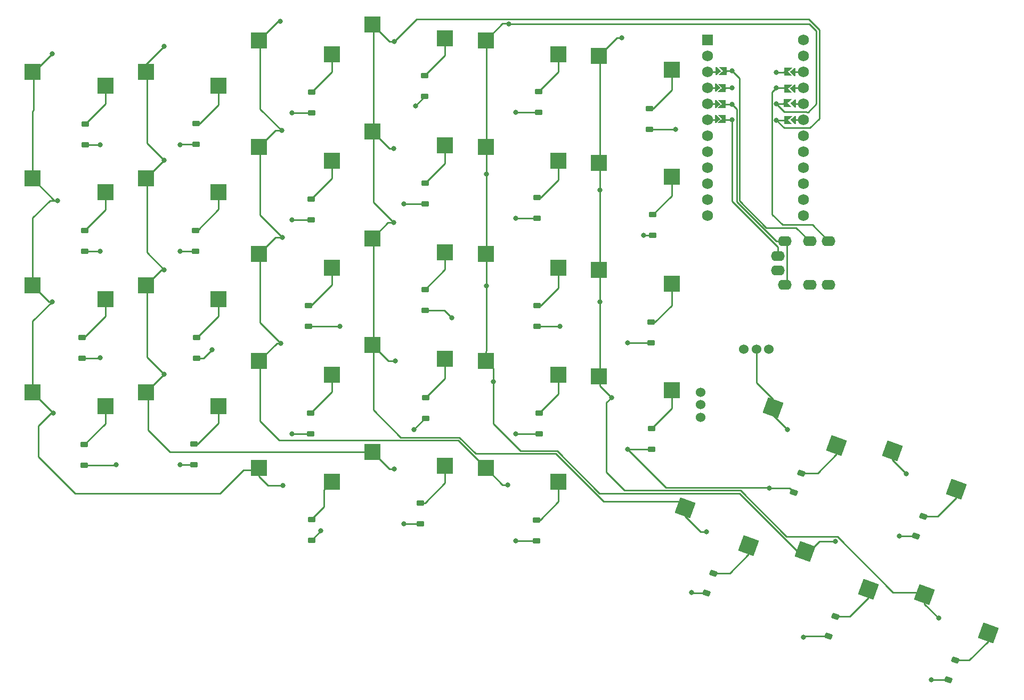
<source format=gbr>
%TF.GenerationSoftware,KiCad,Pcbnew,8.0.5*%
%TF.CreationDate,2024-12-08T15:47:29-07:00*%
%TF.ProjectId,Split V2,53706c69-7420-4563-922e-6b696361645f,rev?*%
%TF.SameCoordinates,Original*%
%TF.FileFunction,Copper,L2,Bot*%
%TF.FilePolarity,Positive*%
%FSLAX46Y46*%
G04 Gerber Fmt 4.6, Leading zero omitted, Abs format (unit mm)*
G04 Created by KiCad (PCBNEW 8.0.5) date 2024-12-08 15:47:29*
%MOMM*%
%LPD*%
G01*
G04 APERTURE LIST*
G04 Aperture macros list*
%AMRoundRect*
0 Rectangle with rounded corners*
0 $1 Rounding radius*
0 $2 $3 $4 $5 $6 $7 $8 $9 X,Y pos of 4 corners*
0 Add a 4 corners polygon primitive as box body*
4,1,4,$2,$3,$4,$5,$6,$7,$8,$9,$2,$3,0*
0 Add four circle primitives for the rounded corners*
1,1,$1+$1,$2,$3*
1,1,$1+$1,$4,$5*
1,1,$1+$1,$6,$7*
1,1,$1+$1,$8,$9*
0 Add four rect primitives between the rounded corners*
20,1,$1+$1,$2,$3,$4,$5,0*
20,1,$1+$1,$4,$5,$6,$7,0*
20,1,$1+$1,$6,$7,$8,$9,0*
20,1,$1+$1,$8,$9,$2,$3,0*%
%AMRotRect*
0 Rectangle, with rotation*
0 The origin of the aperture is its center*
0 $1 length*
0 $2 width*
0 $3 Rotation angle, in degrees counterclockwise*
0 Add horizontal line*
21,1,$1,$2,0,0,$3*%
%AMFreePoly0*
4,1,6,0.273003,-0.563966,0.054118,-0.566755,-0.636958,0.066744,0.054118,0.683245,0.269411,0.686099,0.273003,-0.563966,0.273003,-0.563966,$1*%
%AMFreePoly1*
4,1,6,0.164090,-0.411589,0.855166,-1.028090,-0.394834,-1.028090,-0.394834,0.221910,0.855166,0.221910,0.164090,-0.411589,0.164090,-0.411589,$1*%
G04 Aperture macros list end*
%TA.AperFunction,SMDPad,CuDef*%
%ADD10RoundRect,0.225000X0.375000X-0.225000X0.375000X0.225000X-0.375000X0.225000X-0.375000X-0.225000X0*%
%TD*%
%TA.AperFunction,SMDPad,CuDef*%
%ADD11R,2.600000X2.600000*%
%TD*%
%TA.AperFunction,ComponentPad*%
%ADD12C,1.524000*%
%TD*%
%TA.AperFunction,SMDPad,CuDef*%
%ADD13RotRect,2.600000X2.600000X340.000000*%
%TD*%
%TA.AperFunction,ComponentPad*%
%ADD14R,1.752600X1.752600*%
%TD*%
%TA.AperFunction,ComponentPad*%
%ADD15C,1.752600*%
%TD*%
%TA.AperFunction,SMDPad,CuDef*%
%ADD16FreePoly0,180.000000*%
%TD*%
%TA.AperFunction,SMDPad,CuDef*%
%ADD17FreePoly1,180.000000*%
%TD*%
%TA.AperFunction,ComponentPad*%
%ADD18C,0.800000*%
%TD*%
%TA.AperFunction,SMDPad,CuDef*%
%ADD19FreePoly1,0.000000*%
%TD*%
%TA.AperFunction,SMDPad,CuDef*%
%ADD20FreePoly0,0.000000*%
%TD*%
%TA.AperFunction,SMDPad,CuDef*%
%ADD21RoundRect,0.225000X0.275430X-0.339688X0.429339X0.083173X-0.275430X0.339688X-0.429339X-0.083173X0*%
%TD*%
%TA.AperFunction,ComponentPad*%
%ADD22O,2.200000X1.600000*%
%TD*%
%TA.AperFunction,ViaPad*%
%ADD23C,0.800000*%
%TD*%
%TA.AperFunction,Conductor*%
%ADD24C,0.250000*%
%TD*%
G04 APERTURE END LIST*
D10*
%TO.P,DX3\u002CY2,1,K*%
%TO.N,Row3*%
X132601803Y-93637266D03*
%TO.P,DX3\u002CY2,2,A*%
%TO.N,Net-(DX3\u002CY2-A)*%
X132601803Y-90334201D03*
%TD*%
%TO.P,DX1\u002CY5,1,K*%
%TO.N,Row1*%
X186734423Y-130115582D03*
%TO.P,DX1\u002CY5,2,A*%
%TO.N,Net-(DX1\u002CY5-A)*%
X186734423Y-126812517D03*
%TD*%
D11*
%TO.P,SWX1\u002CY0,1,1*%
%TO.N,Col0*%
X88335000Y-121090000D03*
%TO.P,SWX1\u002CY0,2,2*%
%TO.N,Net-(DX1\u002CY0-A)*%
X99885000Y-123290000D03*
%TD*%
D10*
%TO.P,DX3\u002CY3,1,K*%
%TO.N,Row3*%
X150762593Y-91090326D03*
%TO.P,DX3\u002CY3,2,A*%
%TO.N,Net-(DX3\u002CY3-A)*%
X150762593Y-87787261D03*
%TD*%
D11*
%TO.P,SWX4\u002CY0,1,1*%
%TO.N,Col0*%
X88335000Y-70090000D03*
%TO.P,SWX4\u002CY0,2,2*%
%TO.N,Net-(DX4\u002CY0-A)*%
X99885000Y-72290000D03*
%TD*%
D12*
%TO.P,Joystick1,1,VCC*%
%TO.N,VCC*%
X194500629Y-125059163D03*
X205350629Y-114209163D03*
%TO.P,Joystick1,2,DataY*%
%TO.N,B3*%
X194500629Y-123059163D03*
%TO.P,Joystick1,3,DataX*%
%TO.N,B2*%
X203350629Y-114209163D03*
%TO.P,Joystick1,4,GND*%
%TO.N,Gnd*%
X194500629Y-121059163D03*
X201350629Y-114209163D03*
%TD*%
D11*
%TO.P,SWX1\u002CY5,1,1*%
%TO.N,Col5*%
X178335000Y-118590000D03*
%TO.P,SWX1\u002CY5,2,2*%
%TO.N,Net-(DX1\u002CY5-A)*%
X189885000Y-120790000D03*
%TD*%
%TO.P,SWX1\u002CY4,1,1*%
%TO.N,Col4*%
X160335000Y-116090000D03*
%TO.P,SWX1\u002CY4,2,2*%
%TO.N,Net-(DX1\u002CY4-A)*%
X171885000Y-118290000D03*
%TD*%
D10*
%TO.P,DX2\u002CY2,1,K*%
%TO.N,Row2*%
X132211251Y-110614970D03*
%TO.P,DX2\u002CY2,2,A*%
%TO.N,Net-(DX2\u002CY2-A)*%
X132211251Y-107311905D03*
%TD*%
D13*
%TO.P,SWX0\u002CY3,1,1*%
%TO.N,Col3*%
X192039976Y-139456897D03*
%TO.P,SWX0\u002CY3,2,2*%
%TO.N,Net-(DX0\u002CY3-A)*%
X202140981Y-145474553D03*
%TD*%
D10*
%TO.P,DX1\u002CY0,1,K*%
%TO.N,Row1*%
X96568428Y-132729939D03*
%TO.P,DX1\u002CY0,2,A*%
%TO.N,Net-(DX1\u002CY0-A)*%
X96568428Y-129426874D03*
%TD*%
D11*
%TO.P,SWX3\u002CY1,1,1*%
%TO.N,Col1*%
X106335000Y-87090000D03*
%TO.P,SWX3\u002CY1,2,2*%
%TO.N,Net-(DX3\u002CY1-A)*%
X117885000Y-89290000D03*
%TD*%
D10*
%TO.P,DX4\u002CY2,1,K*%
%TO.N,Row4*%
X132656338Y-76674524D03*
%TO.P,DX4\u002CY2,2,A*%
%TO.N,Net-(DX4\u002CY2-A)*%
X132656338Y-73371459D03*
%TD*%
%TO.P,DX4\u002CY3,1,K*%
%TO.N,Row4*%
X150669480Y-74053760D03*
%TO.P,DX4\u002CY3,2,A*%
%TO.N,Net-(DX4\u002CY3-A)*%
X150669480Y-70750695D03*
%TD*%
D14*
%TO.P,ProMicro1,1,TX*%
%TO.N,unconnected-(ProMicro1-TX-Pad1)*%
X195580000Y-65016268D03*
D15*
%TO.P,ProMicro1,2,RX*%
%TO.N,unconnected-(ProMicro1-RX-Pad2)*%
X195580000Y-67556268D03*
%TO.P,ProMicro1,3,GND*%
%TO.N,Gnd*%
X195580000Y-70096268D03*
D16*
X197105896Y-69934469D03*
D17*
X198194612Y-70398954D03*
D18*
X199486417Y-69986269D03*
D15*
%TO.P,ProMicro1,4,GND*%
%TO.N,unconnected-(ProMicro1-GND-Pad4)*%
X195580000Y-72636268D03*
D16*
X196994958Y-72611728D03*
D17*
X198050000Y-73086268D03*
D18*
X199450000Y-72636268D03*
D15*
%TO.P,ProMicro1,5,D1*%
%TO.N,SDA*%
X195580000Y-75176268D03*
D16*
X196994958Y-75161728D03*
D17*
X198050000Y-75636268D03*
D18*
X199450000Y-75286268D03*
D15*
%TO.P,ProMicro1,6,D0*%
%TO.N,SCL*%
X195580000Y-77716268D03*
D16*
X196994958Y-77611728D03*
D17*
X198050000Y-78036268D03*
D18*
X199500000Y-77736268D03*
D15*
%TO.P,ProMicro1,7,D4*%
%TO.N,Col5*%
X195580000Y-80256268D03*
%TO.P,ProMicro1,8,C6*%
%TO.N,Row4*%
X195580000Y-82796268D03*
%TO.P,ProMicro1,9,D7*%
%TO.N,Row3*%
X195580000Y-85336268D03*
%TO.P,ProMicro1,10,E6*%
%TO.N,Row2*%
X195580000Y-87876268D03*
%TO.P,ProMicro1,11,B4*%
%TO.N,Row1*%
X195580000Y-90416268D03*
%TO.P,ProMicro1,12,B5*%
%TO.N,Row0*%
X195580000Y-92956268D03*
%TO.P,ProMicro1,13,B6*%
%TO.N,unconnected-(ProMicro1-B6-Pad13)*%
X210820000Y-92956268D03*
%TO.P,ProMicro1,14,B2*%
%TO.N,B2*%
X210820000Y-90416268D03*
%TO.P,ProMicro1,15,B3*%
%TO.N,B3*%
X210820000Y-87876268D03*
%TO.P,ProMicro1,16,B1*%
%TO.N,Col0*%
X210820000Y-85336268D03*
%TO.P,ProMicro1,17,F7*%
%TO.N,Col1*%
X210820000Y-82796268D03*
%TO.P,ProMicro1,18,F6*%
%TO.N,Col2*%
X210820000Y-80256268D03*
D18*
%TO.P,ProMicro1,19,F5*%
%TO.N,Col3*%
X206550000Y-77786268D03*
D19*
X208250000Y-77386268D03*
D20*
X209355042Y-77860808D03*
D15*
X210820000Y-77716268D03*
D18*
%TO.P,ProMicro1,20,F4*%
%TO.N,Col4*%
X206550000Y-75236268D03*
D19*
X208150000Y-74736268D03*
D20*
X209355042Y-75210808D03*
D15*
X210820000Y-75176268D03*
D18*
%TO.P,ProMicro1,21,VCC*%
%TO.N,VCC*%
X206550000Y-72636268D03*
D19*
X208196592Y-72382348D03*
D20*
X209297464Y-72810826D03*
D15*
X210820000Y-72636268D03*
D18*
%TO.P,ProMicro1,22,RST*%
%TO.N,unconnected-(ProMicro1-RST-Pad22)*%
X206550000Y-70186268D03*
D19*
X208196592Y-69732348D03*
D20*
X209305042Y-70210808D03*
D15*
X210820000Y-70096268D03*
%TO.P,ProMicro1,23,GND*%
%TO.N,unconnected-(ProMicro1-GND-Pad23)*%
X210820000Y-67556268D03*
%TO.P,ProMicro1,24,RAW*%
%TO.N,unconnected-(ProMicro1-RAW-Pad24)*%
X210820000Y-65016268D03*
%TD*%
D10*
%TO.P,DX3\u002CY4,1,K*%
%TO.N,Row3*%
X168517350Y-93415793D03*
%TO.P,DX3\u002CY4,2,A*%
%TO.N,Net-(DX3\u002CY4-A)*%
X168517350Y-90112728D03*
%TD*%
D21*
%TO.P,DX0\u002CY5,1,K*%
%TO.N,Row0*%
X233832247Y-166812963D03*
%TO.P,DX0\u002CY5,2,A*%
%TO.N,Net-(DX0\u002CY5-A)*%
X234961962Y-163709098D03*
%TD*%
D10*
%TO.P,DX1\u002CY1,1,K*%
%TO.N,Row1*%
X114009430Y-132619203D03*
%TO.P,DX1\u002CY1,2,A*%
%TO.N,Net-(DX1\u002CY1-A)*%
X114009430Y-129316138D03*
%TD*%
D21*
%TO.P,DMR1,1,K*%
%TO.N,Row1*%
X228734339Y-143939382D03*
%TO.P,DMR1,2,A*%
%TO.N,/Net-(DX0\u002CY4-A)*%
X229864054Y-140835517D03*
%TD*%
%TO.P,DX0\u002CY4,1,K*%
%TO.N,Row0*%
X214785564Y-159873474D03*
%TO.P,DX0\u002CY4,2,A*%
%TO.N,Net-(DX0\u002CY4-A)*%
X215915279Y-156769609D03*
%TD*%
D10*
%TO.P,DX1\u002CY3,1,K*%
%TO.N,Row1*%
X150802734Y-125269304D03*
%TO.P,DX1\u002CY3,2,A*%
%TO.N,Net-(DX1\u002CY3-A)*%
X150802734Y-121966239D03*
%TD*%
%TO.P,DX4\u002CY1,1,K*%
%TO.N,Row4*%
X114310987Y-81620756D03*
%TO.P,DX4\u002CY1,2,A*%
%TO.N,Net-(DX4\u002CY1-A)*%
X114310987Y-78317691D03*
%TD*%
D11*
%TO.P,SWX3\u002CY2,1,1*%
%TO.N,Col2*%
X124335000Y-82090000D03*
%TO.P,SWX3\u002CY2,2,2*%
%TO.N,Net-(DX3\u002CY2-A)*%
X135885000Y-84290000D03*
%TD*%
%TO.P,SWX4\u002CY3,1,1*%
%TO.N,Col3*%
X142335000Y-62590000D03*
%TO.P,SWX4\u002CY3,2,2*%
%TO.N,Net-(DX4\u002CY3-A)*%
X153885000Y-64790000D03*
%TD*%
D10*
%TO.P,DX2\u002CY4,1,K*%
%TO.N,Row2*%
X168532832Y-110578058D03*
%TO.P,DX2\u002CY4,2,A*%
%TO.N,Net-(DX2\u002CY4-A)*%
X168532832Y-107274993D03*
%TD*%
D11*
%TO.P,SWX2\u002CY2,1,1*%
%TO.N,Col2*%
X124335000Y-99090000D03*
%TO.P,SWX2\u002CY2,2,2*%
%TO.N,Net-(DX2\u002CY2-A)*%
X135885000Y-101290000D03*
%TD*%
D10*
%TO.P,DX4\u002CY5,1,K*%
%TO.N,Row4*%
X186326641Y-79258376D03*
%TO.P,DX4\u002CY5,2,A*%
%TO.N,Net-(DX4\u002CY5-A)*%
X186326641Y-75955311D03*
%TD*%
D11*
%TO.P,SWX0\u002CY0,1,1*%
%TO.N,Col0*%
X124335000Y-133090000D03*
%TO.P,SWX0\u002CY0,2,2*%
%TO.N,Net-(DX0\u002CY0-A)*%
X135885000Y-135290000D03*
%TD*%
D22*
%TO.P,J1,1*%
%TO.N,SCL*%
X206755848Y-99379405D03*
X206755848Y-101679405D03*
%TO.P,J1,2*%
%TO.N,SDA*%
X207855848Y-97079405D03*
X207855848Y-103979405D03*
%TO.P,J1,3,3*%
%TO.N,Gnd*%
X211855848Y-97079405D03*
X211855848Y-103979405D03*
%TO.P,J1,4,4*%
%TO.N,VCC*%
X214855848Y-97079405D03*
X214855848Y-103979405D03*
%TD*%
D10*
%TO.P,DX1\u002CY4,1,K*%
%TO.N,Row1*%
X168803195Y-127692443D03*
%TO.P,DX1\u002CY4,2,A*%
%TO.N,Net-(DX1\u002CY4-A)*%
X168803195Y-124389378D03*
%TD*%
%TO.P,DX3\u002CY0,1,K*%
%TO.N,Row3*%
X96612432Y-98620409D03*
%TO.P,DX3\u002CY0,2,A*%
%TO.N,Net-(DX3\u002CY0-A)*%
X96612432Y-95317344D03*
%TD*%
D11*
%TO.P,SWX3\u002CY4,1,1*%
%TO.N,Col4*%
X160335000Y-82090000D03*
%TO.P,SWX3\u002CY4,2,2*%
%TO.N,Net-(DX3\u002CY4-A)*%
X171885000Y-84290000D03*
%TD*%
%TO.P,SWX2\u002CY5,1,1*%
%TO.N,Col5*%
X178335000Y-101590000D03*
%TO.P,SWX2\u002CY5,2,2*%
%TO.N,Net-(DX2\u002CY5-A)*%
X189885000Y-103790000D03*
%TD*%
D10*
%TO.P,DX3\u002CY1,1,K*%
%TO.N,Row3*%
X114256452Y-98657322D03*
%TO.P,DX3\u002CY1,2,A*%
%TO.N,Net-(DX3\u002CY1-A)*%
X114256452Y-95354257D03*
%TD*%
D11*
%TO.P,SWX2\u002CY1,1,1*%
%TO.N,Col1*%
X106335000Y-104090000D03*
%TO.P,SWX2\u002CY1,2,2*%
%TO.N,Net-(DX2\u002CY1-A)*%
X117885000Y-106290000D03*
%TD*%
D21*
%TO.P,DX0\u002CY3,1,K*%
%TO.N,Row0*%
X195396121Y-152970805D03*
%TO.P,DX0\u002CY3,2,A*%
%TO.N,Net-(DX0\u002CY3-A)*%
X196525836Y-149866940D03*
%TD*%
D11*
%TO.P,SWX1\u002CY3,1,1*%
%TO.N,Col3*%
X142335000Y-113590000D03*
%TO.P,SWX1\u002CY3,2,2*%
%TO.N,Net-(DX1\u002CY3-A)*%
X153885000Y-115790000D03*
%TD*%
D10*
%TO.P,DX0\u002CY2,1,K*%
%TO.N,Row0*%
X168381064Y-144689484D03*
%TO.P,DX0\u002CY2,2,A*%
%TO.N,Net-(DX0\u002CY2-A)*%
X168381064Y-141386419D03*
%TD*%
D11*
%TO.P,SWX2\u002CY4,1,1*%
%TO.N,Col4*%
X160335000Y-99090000D03*
%TO.P,SWX2\u002CY4,2,2*%
%TO.N,Net-(DX2\u002CY4-A)*%
X171885000Y-101290000D03*
%TD*%
%TO.P,SWX1\u002CY2,1,1*%
%TO.N,Col2*%
X124335000Y-116090000D03*
%TO.P,SWX1\u002CY2,2,2*%
%TO.N,Net-(DX1\u002CY2-A)*%
X135885000Y-118290000D03*
%TD*%
D10*
%TO.P,DX3\u002CY5,1,K*%
%TO.N,Row3*%
X186899613Y-96147294D03*
%TO.P,DX3\u002CY5,2,A*%
%TO.N,Net-(DX3\u002CY5-A)*%
X186899613Y-92844229D03*
%TD*%
%TO.P,DX4\u002CY0,1,K*%
%TO.N,Row4*%
X96703880Y-81694580D03*
%TO.P,DX4\u002CY0,2,A*%
%TO.N,Net-(DX4\u002CY0-A)*%
X96703880Y-78391515D03*
%TD*%
D13*
%TO.P,SWML1,1,1*%
%TO.N,B2*%
X205988751Y-123522805D03*
%TO.P,SWML1,2,2*%
%TO.N,/Net-(DX0\u002CY3-A)*%
X216089756Y-129540461D03*
%TD*%
D11*
%TO.P,SWX0\u002CY1,1,1*%
%TO.N,Col1*%
X142335000Y-130590000D03*
%TO.P,SWX0\u002CY1,2,2*%
%TO.N,Net-(DX0\u002CY1-A)*%
X153885000Y-132790000D03*
%TD*%
D21*
%TO.P,DML1,1,K*%
%TO.N,Row1*%
X209344896Y-137036713D03*
%TO.P,DML1,2,A*%
%TO.N,/Net-(DX0\u002CY3-A)*%
X210474611Y-133932848D03*
%TD*%
D11*
%TO.P,SWX4\u002CY4,1,1*%
%TO.N,Col4*%
X160335000Y-65090000D03*
%TO.P,SWX4\u002CY4,2,2*%
%TO.N,Net-(DX4\u002CY4-A)*%
X171885000Y-67290000D03*
%TD*%
D13*
%TO.P,SWX0\u002CY4,2,2*%
%TO.N,Net-(DX0\u002CY4-A)*%
X221169757Y-152400461D03*
%TO.P,SWX0\u002CY4,1,1*%
%TO.N,Col4*%
X211068752Y-146382805D03*
%TD*%
D11*
%TO.P,SWX2\u002CY3,1,1*%
%TO.N,Col3*%
X142335000Y-96590000D03*
%TO.P,SWX2\u002CY3,2,2*%
%TO.N,Net-(DX2\u002CY3-A)*%
X153885000Y-98790000D03*
%TD*%
%TO.P,SWX3\u002CY3,1,1*%
%TO.N,Col3*%
X142335000Y-79590000D03*
%TO.P,SWX3\u002CY3,2,2*%
%TO.N,Net-(DX3\u002CY3-A)*%
X153885000Y-81790000D03*
%TD*%
%TO.P,SWX0\u002CY2,1,1*%
%TO.N,Col2*%
X160335000Y-133090000D03*
%TO.P,SWX0\u002CY2,2,2*%
%TO.N,Net-(DX0\u002CY2-A)*%
X171885000Y-135290000D03*
%TD*%
%TO.P,SWX1\u002CY1,1,1*%
%TO.N,Col1*%
X106335000Y-121090000D03*
%TO.P,SWX1\u002CY1,2,2*%
%TO.N,Net-(DX1\u002CY1-A)*%
X117885000Y-123290000D03*
%TD*%
D10*
%TO.P,DX1\u002CY2,1,K*%
%TO.N,Row1*%
X132525342Y-127692443D03*
%TO.P,DX1\u002CY2,2,A*%
%TO.N,Net-(DX1\u002CY2-A)*%
X132525342Y-124389378D03*
%TD*%
D11*
%TO.P,SWX4\u002CY5,1,1*%
%TO.N,Col5*%
X178335000Y-67590000D03*
%TO.P,SWX4\u002CY5,2,2*%
%TO.N,Net-(DX4\u002CY5-A)*%
X189885000Y-69790000D03*
%TD*%
D10*
%TO.P,DX2\u002CY0,1,K*%
%TO.N,Row2*%
X96184969Y-115635026D03*
%TO.P,DX2\u002CY0,2,A*%
%TO.N,Net-(DX2\u002CY0-A)*%
X96184969Y-112331961D03*
%TD*%
D11*
%TO.P,SWX3\u002CY0,1,1*%
%TO.N,Col0*%
X88335000Y-87090000D03*
%TO.P,SWX3\u002CY0,2,2*%
%TO.N,Net-(DX3\u002CY0-A)*%
X99885000Y-89290000D03*
%TD*%
D10*
%TO.P,DX2\u002CY5,1,K*%
%TO.N,Row2*%
X186582733Y-113254267D03*
%TO.P,DX2\u002CY5,2,A*%
%TO.N,Net-(DX2\u002CY5-A)*%
X186582733Y-109951202D03*
%TD*%
%TO.P,DX2\u002CY1,1,K*%
%TO.N,Row2*%
X114382671Y-115671938D03*
%TO.P,DX2\u002CY1,2,A*%
%TO.N,Net-(DX2\u002CY1-A)*%
X114382671Y-112368873D03*
%TD*%
D11*
%TO.P,SWX4\u002CY1,1,1*%
%TO.N,Col1*%
X106335000Y-70090000D03*
%TO.P,SWX4\u002CY1,2,2*%
%TO.N,Net-(DX4\u002CY1-A)*%
X117885000Y-72290000D03*
%TD*%
D10*
%TO.P,DX0\u002CY0,1,K*%
%TO.N,Row0*%
X132668535Y-144634116D03*
%TO.P,DX0\u002CY0,2,A*%
%TO.N,Net-(DX0\u002CY0-A)*%
X132668535Y-141331051D03*
%TD*%
D11*
%TO.P,SWX3\u002CY5,1,1*%
%TO.N,Col5*%
X178335000Y-84590000D03*
%TO.P,SWX3\u002CY5,2,2*%
%TO.N,Net-(DX3\u002CY5-A)*%
X189885000Y-86790000D03*
%TD*%
D10*
%TO.P,DX2\u002CY3,1,K*%
%TO.N,Row2*%
X150704251Y-108056691D03*
%TO.P,DX2\u002CY3,2,A*%
%TO.N,Net-(DX2\u002CY3-A)*%
X150704251Y-104753626D03*
%TD*%
D11*
%TO.P,SWX2\u002CY0,1,1*%
%TO.N,Col0*%
X88335000Y-104090000D03*
%TO.P,SWX2\u002CY0,2,2*%
%TO.N,Net-(DX2\u002CY0-A)*%
X99885000Y-106290000D03*
%TD*%
D10*
%TO.P,DX4\u002CY4,1,K*%
%TO.N,Row4*%
X168719533Y-76563788D03*
%TO.P,DX4\u002CY4,2,A*%
%TO.N,Net-(DX4\u002CY4-A)*%
X168719533Y-73260723D03*
%TD*%
%TO.P,DX0\u002CY1,1,K*%
%TO.N,Row0*%
X149943433Y-141976439D03*
%TO.P,DX0\u002CY1,2,A*%
%TO.N,Net-(DX0\u002CY1-A)*%
X149943433Y-138673374D03*
%TD*%
D11*
%TO.P,SWX4\u002CY2,1,1*%
%TO.N,Col2*%
X124335000Y-65090000D03*
%TO.P,SWX4\u002CY2,2,2*%
%TO.N,Net-(DX4\u002CY2-A)*%
X135885000Y-67290000D03*
%TD*%
D13*
%TO.P,SWX0\u002CY5,1,1*%
%TO.N,Col5*%
X230097527Y-153308713D03*
%TO.P,SWX0\u002CY5,2,2*%
%TO.N,Net-(DX0\u002CY5-A)*%
X240198532Y-159326369D03*
%TD*%
%TO.P,SWMR1,1,1*%
%TO.N,B3*%
X225017527Y-130448713D03*
%TO.P,SWMR1,2,2*%
%TO.N,/Net-(DX0\u002CY4-A)*%
X235118532Y-136466369D03*
%TD*%
D23*
%TO.N,Col4*%
X215900000Y-144780000D03*
%TO.N,Row0*%
X165100000Y-144686128D03*
X193040000Y-152967652D03*
X134152899Y-143147064D03*
X210820000Y-160020000D03*
X147320000Y-141973083D03*
%TO.N,Row1*%
X101600000Y-132615847D03*
X111760000Y-132615847D03*
X165100000Y-127689087D03*
X129540000Y-127689087D03*
X182880000Y-130112226D03*
X148922152Y-127009743D03*
X205393970Y-136348999D03*
X226060000Y-143936229D03*
%TO.N,Row2*%
X137160000Y-110611614D03*
X172164817Y-110573665D03*
X116840000Y-114300000D03*
X154940000Y-109220000D03*
X182880000Y-113250911D03*
X99060000Y-115631670D03*
%TO.N,Row3*%
X147320000Y-91086970D03*
X185420000Y-96143938D03*
X111760000Y-98653966D03*
X129540000Y-93633910D03*
X165100000Y-93412437D03*
X99060000Y-98653966D03*
%TO.N,Row4*%
X99060000Y-81691224D03*
X165100000Y-76560432D03*
X111760000Y-81691224D03*
X129540000Y-76671168D03*
X149189942Y-75529942D03*
X190500000Y-79255020D03*
%TO.N,Col5*%
X178485000Y-88900000D03*
X181973528Y-64713832D03*
X180340000Y-121920000D03*
X232319125Y-157011377D03*
X178485000Y-106680000D03*
%TO.N,Col0*%
X92303955Y-90576045D03*
X91483560Y-67213007D03*
X91596162Y-124378837D03*
X128103539Y-135878421D03*
X91440000Y-106680000D03*
%TO.N,B2*%
X208280000Y-127000000D03*
%TO.N,B3*%
X227196259Y-134032476D03*
%TO.N,Col2*%
X127718752Y-62095818D03*
X128012787Y-96465257D03*
X127914775Y-79476561D03*
X163888603Y-135796140D03*
X127745704Y-113276322D03*
%TO.N,Col1*%
X109220000Y-84205000D03*
X109220000Y-66040000D03*
X109234520Y-101600000D03*
X145854498Y-133280340D03*
X109220000Y-118205000D03*
%TO.N,Col4*%
X160485000Y-104140000D03*
X164054541Y-62486118D03*
X161520500Y-119380000D03*
X160485000Y-86360000D03*
%TO.N,Col3*%
X195449317Y-143293762D03*
X145802575Y-65339403D03*
X146008005Y-116094295D03*
X145703080Y-94117892D03*
X145760117Y-82292240D03*
%TO.N,Row0*%
X231140000Y-166809810D03*
%TD*%
D24*
%TO.N,Col5*%
X229699866Y-152911052D02*
X230097527Y-153308713D01*
X182430000Y-136710000D02*
X200833239Y-136710000D01*
X179520500Y-122739500D02*
X179520500Y-133800500D01*
X225101647Y-152911052D02*
X229699866Y-152911052D01*
X180340000Y-121920000D02*
X179520500Y-122739500D01*
X200833239Y-136710000D02*
X208154130Y-144030891D01*
X179520500Y-133800500D02*
X182430000Y-136710000D01*
X216221486Y-144030891D02*
X225101647Y-152911052D01*
X208154130Y-144030891D02*
X216221486Y-144030891D01*
%TO.N,Col4*%
X213360000Y-144780000D02*
X211757195Y-146382805D01*
X215900000Y-144780000D02*
X213360000Y-144780000D01*
X211757195Y-146382805D02*
X211068752Y-146382805D01*
%TO.N,Row0*%
X213703557Y-159872027D02*
X213705004Y-159873474D01*
X210967973Y-159872027D02*
X213703557Y-159872027D01*
X213705004Y-159873474D02*
X214785564Y-159873474D01*
X210820000Y-160020000D02*
X210967973Y-159872027D01*
%TO.N,Row1*%
X208665719Y-136357536D02*
X209344896Y-137036713D01*
X205402507Y-136357536D02*
X208665719Y-136357536D01*
X205393970Y-136348999D02*
X205402507Y-136357536D01*
X205304971Y-136260000D02*
X189027774Y-136260000D01*
X205393970Y-136348999D02*
X205304971Y-136260000D01*
X189027774Y-136260000D02*
X182880000Y-130112226D01*
%TO.N,Col4*%
X161520500Y-123420500D02*
X161520500Y-119380000D01*
X161522772Y-126058812D02*
X161522772Y-123422772D01*
X165879305Y-130415345D02*
X161522772Y-126058812D01*
X178436396Y-137160000D02*
X171691741Y-130415345D01*
X200646843Y-137160000D02*
X178436396Y-137160000D01*
X171691741Y-130415345D02*
X165879305Y-130415345D01*
X209869648Y-146382805D02*
X200646843Y-137160000D01*
X161522772Y-123422772D02*
X161520500Y-123420500D01*
X211068752Y-146382805D02*
X209869648Y-146382805D01*
%TO.N,Net-(DX0\u002CY0-A)*%
X132746322Y-141137362D02*
X134620000Y-139263684D01*
X132668244Y-141330760D02*
X132668535Y-141331051D01*
X134620000Y-139263684D02*
X134620000Y-136555000D01*
X134620000Y-136555000D02*
X135885000Y-135290000D01*
%TO.N,Net-(DX0\u002CY1-A)*%
X150710310Y-138673374D02*
X149943433Y-138673374D01*
X153885000Y-132790000D02*
X153885000Y-135498684D01*
X153885000Y-135498684D02*
X150710310Y-138673374D01*
%TO.N,Net-(DX0\u002CY2-A)*%
X171885000Y-138482483D02*
X168981064Y-141386419D01*
X168981064Y-141386419D02*
X168381064Y-141386419D01*
X171885000Y-135290000D02*
X171885000Y-138482483D01*
%TO.N,Net-(DX0\u002CY3-A)*%
X202140981Y-145474553D02*
X202140981Y-146857984D01*
X199132025Y-149866940D02*
X196525836Y-149866940D01*
X202140981Y-146857984D02*
X199132025Y-149866940D01*
%TO.N,Net-(DX0\u002CY4-A)*%
X221169757Y-153783892D02*
X218184040Y-156769609D01*
X221169757Y-152400461D02*
X221169757Y-153783892D01*
X218184040Y-156769609D02*
X215915279Y-156769609D01*
%TO.N,Net-(DX0\u002CY5-A)*%
X237199234Y-163709098D02*
X234961962Y-163709098D01*
X240198532Y-160709800D02*
X237199234Y-163709098D01*
X240198532Y-159326369D02*
X240198532Y-160709800D01*
%TO.N,Net-(DX1\u002CY0-A)*%
X99885000Y-123290000D02*
X99885000Y-126110302D01*
X99885000Y-126110302D02*
X96568428Y-129426874D01*
%TO.N,Net-(DX1\u002CY1-A)*%
X117885000Y-125998684D02*
X114567546Y-129316138D01*
X117885000Y-123290000D02*
X117885000Y-125998684D01*
X114567546Y-129316138D02*
X114009430Y-129316138D01*
%TO.N,Net-(DX1\u002CY2-A)*%
X135885000Y-118290000D02*
X135885000Y-121029720D01*
X135885000Y-121029720D02*
X132525342Y-124389378D01*
%TO.N,Net-(DX1\u002CY3-A)*%
X153885000Y-115790000D02*
X153885000Y-118883973D01*
X153885000Y-118883973D02*
X150802734Y-121966239D01*
%TO.N,Net-(DX1\u002CY4-A)*%
X171885000Y-121307573D02*
X168803195Y-124389378D01*
X171885000Y-118290000D02*
X171885000Y-121307573D01*
%TO.N,Net-(DX1\u002CY5-A)*%
X189885000Y-120790000D02*
X189885000Y-123661940D01*
X189885000Y-123661940D02*
X186734423Y-126812517D01*
%TO.N,Net-(DX2\u002CY0-A)*%
X96551723Y-112331961D02*
X96184969Y-112331961D01*
X99885000Y-108998684D02*
X96551723Y-112331961D01*
X99885000Y-106290000D02*
X99885000Y-108998684D01*
%TO.N,Net-(DX2\u002CY1-A)*%
X114514811Y-112368873D02*
X114382671Y-112368873D01*
X117885000Y-106290000D02*
X117885000Y-108998684D01*
X117885000Y-108998684D02*
X114514811Y-112368873D01*
%TO.N,Net-(DX2\u002CY2-A)*%
X132571779Y-107311905D02*
X132211251Y-107311905D01*
X135885000Y-103998684D02*
X132571779Y-107311905D01*
X135885000Y-101290000D02*
X135885000Y-103998684D01*
%TO.N,Net-(DX2\u002CY3-A)*%
X153885000Y-98790000D02*
X153885000Y-101572877D01*
X153885000Y-101572877D02*
X150704251Y-104753626D01*
%TO.N,Net-(DX2\u002CY4-A)*%
X169132832Y-107274993D02*
X168532832Y-107274993D01*
X171885000Y-101290000D02*
X171885000Y-104522825D01*
X171885000Y-104522825D02*
X169132832Y-107274993D01*
%TO.N,Net-(DX2\u002CY5-A)*%
X189885000Y-103790000D02*
X189885000Y-107295000D01*
X187228798Y-109951202D02*
X186582733Y-109951202D01*
X189885000Y-107295000D02*
X187228798Y-109951202D01*
%TO.N,Net-(DX3\u002CY0-A)*%
X99885000Y-92044776D02*
X96612432Y-95317344D01*
X99885000Y-89290000D02*
X99885000Y-92044776D01*
%TO.N,Net-(DX3\u002CY1-A)*%
X114529427Y-95354257D02*
X114256452Y-95354257D01*
X117885000Y-91998684D02*
X114529427Y-95354257D01*
X117885000Y-89290000D02*
X117885000Y-91998684D01*
%TO.N,Net-(DX3\u002CY2-A)*%
X135885000Y-84290000D02*
X135885000Y-87051004D01*
X135885000Y-87051004D02*
X132601803Y-90334201D01*
%TO.N,Net-(DX3\u002CY3-A)*%
X153885000Y-81790000D02*
X153885000Y-84664854D01*
X153885000Y-84664854D02*
X150762593Y-87787261D01*
%TO.N,Net-(DX3\u002CY4-A)*%
X171885000Y-87345078D02*
X169117350Y-90112728D01*
X169117350Y-90112728D02*
X168517350Y-90112728D01*
X171885000Y-84290000D02*
X171885000Y-87345078D01*
%TO.N,unconnected-(ProMicro1-GND-Pad4)*%
X198500000Y-72636268D02*
X198050000Y-73086268D01*
X195580000Y-72636268D02*
X196970418Y-72636268D01*
X199450000Y-72636268D02*
X198500000Y-72636268D01*
X196970418Y-72636268D02*
X196994958Y-72611728D01*
%TO.N,Net-(DX3\u002CY5-A)*%
X189885000Y-89858842D02*
X186899613Y-92844229D01*
X189885000Y-86790000D02*
X189885000Y-89858842D01*
%TO.N,Net-(DX4\u002CY0-A)*%
X99885000Y-75210395D02*
X96703880Y-78391515D01*
X99885000Y-72290000D02*
X99885000Y-75210395D01*
%TO.N,unconnected-(ProMicro1-RST-Pad22)*%
X209419582Y-70096268D02*
X209305042Y-70210808D01*
X210820000Y-70096268D02*
X209419582Y-70096268D01*
X207742672Y-70186268D02*
X208196592Y-69732348D01*
X206550000Y-70186268D02*
X207742672Y-70186268D01*
%TO.N,Net-(DX4\u002CY1-A)*%
X117885000Y-75343678D02*
X114910987Y-78317691D01*
X114910987Y-78317691D02*
X114310987Y-78317691D01*
X117885000Y-72290000D02*
X117885000Y-75343678D01*
%TO.N,Net-(DX4\u002CY2-A)*%
X135885000Y-70142797D02*
X132656338Y-73371459D01*
X135885000Y-67290000D02*
X135885000Y-70142797D01*
%TO.N,Net-(DX4\u002CY3-A)*%
X153885000Y-64790000D02*
X153885000Y-67535175D01*
X153885000Y-67535175D02*
X150669480Y-70750695D01*
%TO.N,Net-(DX4\u002CY4-A)*%
X171885000Y-67290000D02*
X171885000Y-70095256D01*
X171885000Y-70095256D02*
X168719533Y-73260723D01*
%TO.N,Net-(DX4\u002CY5-A)*%
X186926641Y-75955311D02*
X186326641Y-75955311D01*
X189885000Y-72996952D02*
X186926641Y-75955311D01*
X189885000Y-69790000D02*
X189885000Y-72996952D01*
%TO.N,Row0*%
X147323356Y-141976439D02*
X147320000Y-141973083D01*
X132668535Y-144634116D02*
X132668535Y-144631428D01*
X193043153Y-152970805D02*
X193040000Y-152967652D01*
X165103356Y-144689484D02*
X165100000Y-144686128D01*
X149943433Y-141976439D02*
X147323356Y-141976439D01*
X195396121Y-152970805D02*
X193043153Y-152970805D01*
X231143153Y-166812963D02*
X231140000Y-166809810D01*
X132668535Y-144631428D02*
X134152899Y-143147064D01*
X168381064Y-144689484D02*
X165103356Y-144689484D01*
%TO.N,Row1*%
X111763356Y-132619203D02*
X111760000Y-132615847D01*
X186734423Y-130115582D02*
X182883356Y-130115582D01*
X101600000Y-132615847D02*
X101485908Y-132729939D01*
X132525342Y-127692443D02*
X129543356Y-127692443D01*
X150662592Y-125269304D02*
X150802734Y-125269304D01*
X182883356Y-130115582D02*
X182880000Y-130112226D01*
X114009430Y-132619203D02*
X111763356Y-132619203D01*
X226063153Y-143939382D02*
X226060000Y-143936229D01*
X168803195Y-127692443D02*
X165103356Y-127692443D01*
X129543356Y-127692443D02*
X129540000Y-127689087D01*
X148922153Y-127009743D02*
X150662592Y-125269304D01*
X101485908Y-132729939D02*
X96568428Y-132729939D01*
X165103356Y-127692443D02*
X165100000Y-127689087D01*
X148922152Y-127009743D02*
X148922153Y-127009743D01*
X228734339Y-143939382D02*
X226063153Y-143939382D01*
%TO.N,Row2*%
X99056644Y-115635026D02*
X99060000Y-115631670D01*
X168536188Y-110578058D02*
X168532832Y-110578058D01*
X96184969Y-115635026D02*
X99056644Y-115635026D01*
X137156644Y-110614970D02*
X137160000Y-110611614D01*
X114382671Y-115671938D02*
X115468062Y-115671938D01*
X115468062Y-115671938D02*
X116840000Y-114300000D01*
X154940000Y-109220000D02*
X153776691Y-108056691D01*
X182883356Y-113254267D02*
X182880000Y-113250911D01*
X168540581Y-110573665D02*
X168536188Y-110578058D01*
X172164817Y-110573665D02*
X168540581Y-110573665D01*
X186582733Y-113254267D02*
X182883356Y-113254267D01*
X132211251Y-110614970D02*
X137156644Y-110614970D01*
X153776691Y-108056691D02*
X150704251Y-108056691D01*
%TO.N,Row3*%
X185423356Y-96147294D02*
X185420000Y-96143938D01*
X186899613Y-96147294D02*
X185423356Y-96147294D01*
X99026443Y-98620409D02*
X99060000Y-98653966D01*
X111763356Y-98657322D02*
X111760000Y-98653966D01*
X96612432Y-98620409D02*
X99026443Y-98620409D01*
X168517350Y-93415793D02*
X165103356Y-93415793D01*
X129543356Y-93637266D02*
X129540000Y-93633910D01*
X132601803Y-93637266D02*
X129543356Y-93637266D01*
X165103356Y-93415793D02*
X165100000Y-93412437D01*
X150762593Y-91090326D02*
X147323356Y-91090326D01*
X147323356Y-91090326D02*
X147320000Y-91086970D01*
X114256452Y-98657322D02*
X111763356Y-98657322D01*
%TO.N,Row4*%
X99060000Y-81691224D02*
X96707236Y-81691224D01*
X190496644Y-79258376D02*
X186326641Y-79258376D01*
X165103356Y-76563788D02*
X165100000Y-76560432D01*
X190500000Y-79255020D02*
X190496644Y-79258376D01*
X96707236Y-81691224D02*
X96703880Y-81694580D01*
X150669480Y-74053760D02*
X150666124Y-74053760D01*
X111830468Y-81620756D02*
X111760000Y-81691224D01*
X150666124Y-74053760D02*
X149189942Y-75529942D01*
X129543356Y-76674524D02*
X129540000Y-76671168D01*
X168719533Y-76563788D02*
X165103356Y-76563788D01*
X132656338Y-76674524D02*
X129543356Y-76674524D01*
X114310987Y-81620756D02*
X111830468Y-81620756D01*
%TO.N,Col5*%
X178485000Y-118440000D02*
X178485000Y-106680000D01*
X178485000Y-101440000D02*
X178485000Y-88900000D01*
X178485000Y-120065000D02*
X178485000Y-118740000D01*
X178485000Y-118740000D02*
X178335000Y-118590000D01*
X178335000Y-67590000D02*
X181211168Y-64713832D01*
X178632825Y-118887825D02*
X178335000Y-118590000D01*
X178485000Y-84440000D02*
X178485000Y-67740000D01*
X180340000Y-121920000D02*
X178485000Y-120065000D01*
X178485000Y-84740000D02*
X178335000Y-84590000D01*
X181211168Y-64713832D02*
X181973528Y-64713832D01*
X178335000Y-118590000D02*
X178485000Y-118440000D01*
X178335000Y-84590000D02*
X178485000Y-84440000D01*
X178485000Y-101740000D02*
X178335000Y-101590000D01*
X178335000Y-101590000D02*
X178485000Y-101440000D01*
X178485000Y-106680000D02*
X178485000Y-101740000D01*
X178485000Y-67740000D02*
X178335000Y-67590000D01*
X230097527Y-154789779D02*
X232319125Y-157011377D01*
X178485000Y-88900000D02*
X178485000Y-84740000D01*
X230097527Y-153308713D02*
X230097527Y-154789779D01*
%TO.N,Gnd*%
X211855848Y-97079405D02*
X209684794Y-94908351D01*
X200675000Y-90634723D02*
X200675000Y-71174852D01*
X196944097Y-70096268D02*
X197105896Y-69934469D01*
X195609476Y-70125744D02*
X195580000Y-70096268D01*
X200675000Y-71174852D02*
X199486417Y-69986269D01*
X195580000Y-70096268D02*
X196944097Y-70096268D01*
X199486417Y-69986269D02*
X198607297Y-69986269D01*
X204948628Y-94908351D02*
X200675000Y-90634723D01*
X198607297Y-69986269D02*
X198194612Y-70398954D01*
X209684794Y-94908351D02*
X204948628Y-94908351D01*
X211855848Y-97079405D02*
X211035571Y-97079405D01*
%TO.N,Col0*%
X88485000Y-76210001D02*
X88335000Y-76360001D01*
X95064755Y-137160000D02*
X89235646Y-131330891D01*
X88485000Y-70240000D02*
X88485000Y-76210001D01*
X89235646Y-131330891D02*
X89235646Y-126459355D01*
X123698325Y-133726675D02*
X123386650Y-133415000D01*
X91118956Y-90576045D02*
X92303955Y-90576045D01*
X88606567Y-70090000D02*
X91483560Y-67213007D01*
X123386650Y-133415000D02*
X121833350Y-133415000D01*
X121833350Y-133415000D02*
X118088350Y-137160000D01*
X88335000Y-87090000D02*
X88335000Y-76360001D01*
X91316164Y-124378837D02*
X91596162Y-124378837D01*
X88335000Y-104090000D02*
X90925000Y-106680000D01*
X88335000Y-121090000D02*
X88335000Y-109785000D01*
X88335000Y-93360001D02*
X91118956Y-90576045D01*
X88335000Y-109785000D02*
X91440000Y-106680000D01*
X91821045Y-90576045D02*
X88335000Y-87090000D01*
X88335000Y-121090000D02*
X88335000Y-121117675D01*
X124335000Y-133090000D02*
X123698325Y-133726675D01*
X90925000Y-106680000D02*
X91440000Y-106680000D01*
X125718421Y-135878421D02*
X128103539Y-135878421D01*
X89235646Y-126459355D02*
X91316164Y-124378837D01*
X124335000Y-134495000D02*
X125718421Y-135878421D01*
X88335000Y-121117675D02*
X91596162Y-124378837D01*
X92303955Y-90576045D02*
X91821045Y-90576045D01*
X124335000Y-133090000D02*
X124335000Y-134495000D01*
X88335000Y-70090000D02*
X88485000Y-70240000D01*
X88335000Y-104090000D02*
X88335000Y-93360001D01*
X118088350Y-137160000D02*
X95064755Y-137160000D01*
X88335000Y-70090000D02*
X88606567Y-70090000D01*
%TO.N,SCL*%
X196890418Y-77716268D02*
X196994958Y-77611728D01*
X199500000Y-90732515D02*
X199500000Y-77736268D01*
X198350000Y-77736268D02*
X198050000Y-78036268D01*
X206755848Y-99379405D02*
X206755848Y-97988363D01*
X206755848Y-97988363D02*
X199500000Y-90732515D01*
X199500000Y-77736268D02*
X198350000Y-77736268D01*
X195580000Y-77716268D02*
X196890418Y-77716268D01*
%TO.N,SDA*%
X200225000Y-76061268D02*
X199450000Y-75286268D01*
X195580000Y-75176268D02*
X196980418Y-75176268D01*
X208180848Y-103654405D02*
X208180848Y-97404405D01*
X200225000Y-90821119D02*
X200225000Y-76061268D01*
X199450000Y-75286268D02*
X198400000Y-75286268D01*
X206483286Y-97079405D02*
X200225000Y-90821119D01*
X207855848Y-103979405D02*
X208180848Y-103654405D01*
X208180848Y-97404405D02*
X207855848Y-97079405D01*
X207855848Y-97079405D02*
X206483286Y-97079405D01*
X198400000Y-75286268D02*
X198050000Y-75636268D01*
X196980418Y-75176268D02*
X196994958Y-75161728D01*
%TO.N,VCC*%
X214855848Y-97079405D02*
X212234794Y-94458351D01*
X205825000Y-92784723D02*
X205825000Y-73361268D01*
X209472022Y-72636268D02*
X209297464Y-72810826D01*
X207498628Y-94458351D02*
X205825000Y-92784723D01*
X205825000Y-73361268D02*
X206550000Y-72636268D01*
X207942672Y-72636268D02*
X208196592Y-72382348D01*
X210820000Y-72636268D02*
X209472022Y-72636268D01*
X206550000Y-72636268D02*
X207942672Y-72636268D01*
X212234794Y-94458351D02*
X207498628Y-94458351D01*
%TO.N,B2*%
X205988751Y-123522805D02*
X205988751Y-124708751D01*
X205988751Y-122168751D02*
X203350629Y-119530629D01*
X205988751Y-123522805D02*
X205988751Y-122168751D01*
X205988751Y-124708751D02*
X208280000Y-127000000D01*
X203350629Y-119530629D02*
X203350629Y-114209163D01*
%TO.N,B3*%
X225017527Y-131853744D02*
X227196259Y-134032476D01*
X225017527Y-130448713D02*
X225017527Y-131853744D01*
%TO.N,/Net-(DX0\u002CY3-A)*%
X216089756Y-130923892D02*
X213080800Y-133932848D01*
X216089756Y-129540461D02*
X216089756Y-130923892D01*
X213080800Y-133932848D02*
X210474611Y-133932848D01*
%TO.N,/Net-(DX0\u002CY4-A)*%
X232132815Y-140835517D02*
X229864054Y-140835517D01*
X235118532Y-136466369D02*
X235118532Y-137849800D01*
X235118532Y-137849800D02*
X232132815Y-140835517D01*
%TO.N,Col2*%
X124485000Y-82240000D02*
X124485000Y-92937470D01*
X124335000Y-82090000D02*
X126948439Y-79476561D01*
X124485000Y-99240000D02*
X124485000Y-110015618D01*
X124485000Y-116240000D02*
X124335000Y-116090000D01*
X124335000Y-82090000D02*
X124485000Y-82240000D01*
X126948439Y-79476561D02*
X127914775Y-79476561D01*
X155960000Y-128715000D02*
X127511304Y-128715000D01*
X127329182Y-62095818D02*
X127718752Y-62095818D01*
X126959743Y-96465257D02*
X128012787Y-96465257D01*
X124485000Y-125688696D02*
X124485000Y-116240000D01*
X127511304Y-128715000D02*
X124485000Y-125688696D01*
X163041140Y-135796140D02*
X163888603Y-135796140D01*
X124335000Y-99090000D02*
X126959743Y-96465257D01*
X160335000Y-133090000D02*
X163041140Y-135796140D01*
X124335000Y-65090000D02*
X124485000Y-65240000D01*
X127148678Y-113276322D02*
X127745704Y-113276322D01*
X124485000Y-76046786D02*
X127914775Y-79476561D01*
X124335000Y-65090000D02*
X127329182Y-62095818D01*
X124335000Y-116090000D02*
X127148678Y-113276322D01*
X124485000Y-65240000D02*
X124485000Y-76046786D01*
X160335000Y-133090000D02*
X155960000Y-128715000D01*
X124485000Y-110015618D02*
X127745704Y-113276322D01*
X124335000Y-99090000D02*
X124485000Y-99240000D01*
X124485000Y-92937470D02*
X128012787Y-96465257D01*
%TO.N,Col1*%
X110205001Y-130590000D02*
X106680000Y-127064999D01*
X106335000Y-87090000D02*
X106485000Y-87240000D01*
X145025340Y-133280340D02*
X145854498Y-133280340D01*
X142335000Y-130590000D02*
X110205001Y-130590000D01*
X106680000Y-121435000D02*
X106335000Y-121090000D01*
X109220000Y-84205000D02*
X106335000Y-87090000D01*
X106335000Y-70090000D02*
X106335000Y-68925000D01*
X106485000Y-115470000D02*
X109220000Y-118205000D01*
X106485000Y-104240000D02*
X106485000Y-115470000D01*
X106485000Y-81470000D02*
X109220000Y-84205000D01*
X108825000Y-101600000D02*
X109220000Y-101600000D01*
X142335000Y-130590000D02*
X145025340Y-133280340D01*
X106485000Y-98850480D02*
X109234520Y-101600000D01*
X106680000Y-127064999D02*
X106680000Y-121435000D01*
X106335000Y-104090000D02*
X106485000Y-104240000D01*
X106335000Y-70090000D02*
X106485000Y-70240000D01*
X106485000Y-87240000D02*
X106485000Y-98850480D01*
X106335000Y-104090000D02*
X108825000Y-101600000D01*
X106485000Y-70240000D02*
X106485000Y-81470000D01*
X106335000Y-68925000D02*
X109220000Y-66040000D01*
X109220000Y-118205000D02*
X106335000Y-121090000D01*
%TO.N,Col4*%
X212910000Y-75214772D02*
X212910000Y-63595082D01*
X211608482Y-76516290D02*
X212910000Y-75214772D01*
X160335000Y-99090000D02*
X160485000Y-98940000D01*
X160485000Y-104140000D02*
X160485000Y-99240000D01*
X160485000Y-65240000D02*
X160335000Y-65090000D01*
X209389582Y-75176268D02*
X209355042Y-75210808D01*
X211318917Y-76516290D02*
X211608482Y-76516290D01*
X210820000Y-75176268D02*
X209389582Y-75176268D01*
X161520500Y-117275500D02*
X160335000Y-116090000D01*
X207828700Y-76514968D02*
X211317595Y-76514968D01*
X211801036Y-62486118D02*
X164054541Y-62486118D01*
X160335000Y-82090000D02*
X160485000Y-81940000D01*
X211317595Y-76514968D02*
X211318917Y-76516290D01*
X207650000Y-75236268D02*
X208150000Y-74736268D01*
X160485000Y-99240000D02*
X160335000Y-99090000D01*
X160485000Y-81940000D02*
X160485000Y-65240000D01*
X160485000Y-82240000D02*
X160335000Y-82090000D01*
X206550000Y-75236268D02*
X207828700Y-76514968D01*
X206550000Y-75236268D02*
X207650000Y-75236268D01*
X212910000Y-63595082D02*
X211801036Y-62486118D01*
X161520500Y-119380000D02*
X161520500Y-117275500D01*
X211068752Y-146382805D02*
X211068752Y-147568752D01*
X160335000Y-114615000D02*
X160485000Y-114465000D01*
X160335000Y-116090000D02*
X160335000Y-114615000D01*
X160485000Y-86360000D02*
X160485000Y-82240000D01*
X160485000Y-98940000D02*
X160485000Y-86360000D01*
X160485000Y-114465000D02*
X160485000Y-104140000D01*
X163036894Y-62388106D02*
X163793177Y-62388106D01*
X160335000Y-65090000D02*
X163036894Y-62388106D01*
%TO.N,Col3*%
X192039976Y-139456897D02*
X192039976Y-140840328D01*
X206550000Y-77786268D02*
X207850000Y-77786268D01*
X207850000Y-77786268D02*
X208250000Y-77386268D01*
X211629329Y-79054968D02*
X211629717Y-79054580D01*
X142335000Y-113590000D02*
X144839295Y-116094295D01*
X213360000Y-77561914D02*
X213360000Y-63408686D01*
X142485000Y-123927571D02*
X142485000Y-113740000D01*
X210820000Y-77716268D02*
X209499582Y-77716268D01*
X211629717Y-79054580D02*
X211867334Y-79054580D01*
X142335000Y-79590000D02*
X142485000Y-79740000D01*
X211712432Y-61761118D02*
X212135657Y-62184343D01*
X149380860Y-61761118D02*
X211712432Y-61761118D01*
X142335000Y-113590000D02*
X142485000Y-113440000D01*
X213360000Y-63408686D02*
X212135657Y-62184343D01*
X209499582Y-77716268D02*
X209355042Y-77860808D01*
X194493410Y-143293762D02*
X195449317Y-143293762D01*
X158746741Y-130865345D02*
X156146396Y-128265000D01*
X144839295Y-116094295D02*
X146008005Y-116094295D01*
X145037240Y-82292240D02*
X145760117Y-82292240D01*
X207818700Y-79054968D02*
X211629329Y-79054968D01*
X142335000Y-96590000D02*
X144807108Y-94117892D01*
X142485000Y-79440000D02*
X142335000Y-79590000D01*
X142335000Y-79590000D02*
X145037240Y-82292240D01*
X142335000Y-62590000D02*
X145084403Y-65339403D01*
X142485000Y-96740000D02*
X142335000Y-96590000D01*
X206550000Y-77786268D02*
X207818700Y-79054968D01*
X142335000Y-62590000D02*
X142485000Y-62740000D01*
X144807108Y-94117892D02*
X145703080Y-94117892D01*
X142485000Y-113440000D02*
X142485000Y-96740000D01*
X156146396Y-128265000D02*
X146822429Y-128265000D01*
X145084403Y-65339403D02*
X145802575Y-65339403D01*
X142485000Y-79740000D02*
X142485000Y-90899812D01*
X211867334Y-79054580D02*
X213360000Y-77561914D01*
X142485000Y-62740000D02*
X142485000Y-79440000D01*
X192039976Y-139456897D02*
X191025708Y-138442629D01*
X191025708Y-138442629D02*
X179082629Y-138442629D01*
X171505345Y-130865345D02*
X158746741Y-130865345D01*
X192039976Y-140840328D02*
X194493410Y-143293762D01*
X142485000Y-90899812D02*
X145703080Y-94117892D01*
X145802575Y-65339403D02*
X149380860Y-61761118D01*
X146822429Y-128265000D02*
X142485000Y-123927571D01*
X142485000Y-113740000D02*
X142335000Y-113590000D01*
X179082629Y-138442629D02*
X171505345Y-130865345D01*
%TO.N,Row0*%
X233832247Y-166812963D02*
X231143153Y-166812963D01*
%TD*%
M02*

</source>
